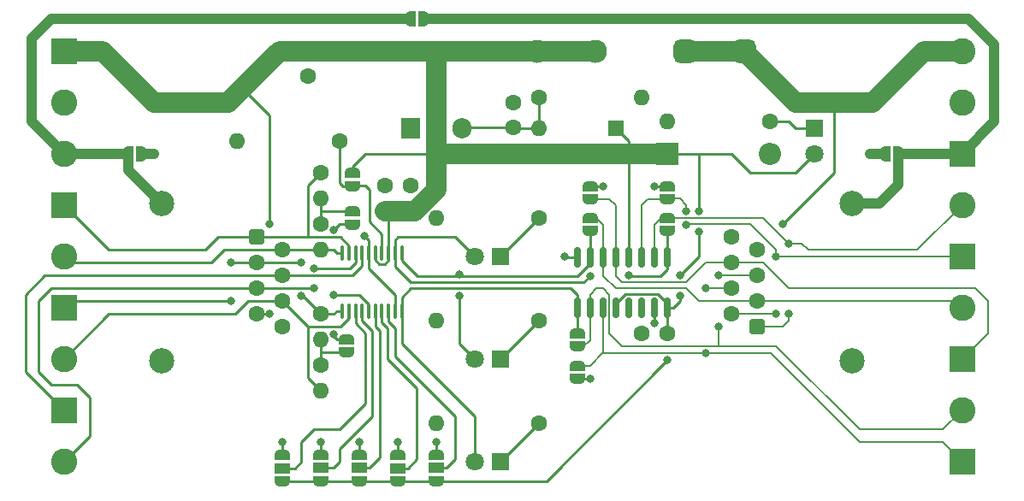
<source format=gtl>
%TF.GenerationSoftware,KiCad,Pcbnew,(6.0.11)*%
%TF.CreationDate,2023-08-22T21:03:22+03:00*%
%TF.ProjectId,sincos_interpolator,73696e63-6f73-45f6-996e-746572706f6c,rev?*%
%TF.SameCoordinates,Original*%
%TF.FileFunction,Copper,L1,Top*%
%TF.FilePolarity,Positive*%
%FSLAX46Y46*%
G04 Gerber Fmt 4.6, Leading zero omitted, Abs format (unit mm)*
G04 Created by KiCad (PCBNEW (6.0.11)) date 2023-08-22 21:03:22*
%MOMM*%
%LPD*%
G01*
G04 APERTURE LIST*
G04 Aperture macros list*
%AMRoundRect*
0 Rectangle with rounded corners*
0 $1 Rounding radius*
0 $2 $3 $4 $5 $6 $7 $8 $9 X,Y pos of 4 corners*
0 Add a 4 corners polygon primitive as box body*
4,1,4,$2,$3,$4,$5,$6,$7,$8,$9,$2,$3,0*
0 Add four circle primitives for the rounded corners*
1,1,$1+$1,$2,$3*
1,1,$1+$1,$4,$5*
1,1,$1+$1,$6,$7*
1,1,$1+$1,$8,$9*
0 Add four rect primitives between the rounded corners*
20,1,$1+$1,$2,$3,$4,$5,0*
20,1,$1+$1,$4,$5,$6,$7,0*
20,1,$1+$1,$6,$7,$8,$9,0*
20,1,$1+$1,$8,$9,$2,$3,0*%
%AMFreePoly0*
4,1,20,0.000000,0.744959,0.073905,0.744508,0.209726,0.703889,0.328688,0.626782,0.421226,0.519385,0.479903,0.390333,0.500000,0.250000,0.500000,-0.250000,0.499851,-0.262216,0.476331,-0.402017,0.414519,-0.529596,0.319384,-0.634700,0.198574,-0.708877,0.061801,-0.746166,0.000000,-0.745033,0.000000,-0.750000,-0.500000,-0.750000,-0.500000,0.750000,0.000000,0.750000,0.000000,0.744959,
0.000000,0.744959,$1*%
%AMFreePoly1*
4,1,22,0.500000,-0.750000,0.000000,-0.750000,0.000000,-0.745033,-0.079941,-0.743568,-0.215256,-0.701293,-0.333266,-0.622738,-0.424486,-0.514219,-0.481581,-0.384460,-0.499164,-0.250000,-0.500000,-0.250000,-0.500000,0.250000,-0.499164,0.250000,-0.499963,0.256109,-0.478152,0.396186,-0.417904,0.524511,-0.324060,0.630769,-0.204165,0.706417,-0.067858,0.745374,0.000000,0.744959,0.000000,0.750000,
0.500000,0.750000,0.500000,-0.750000,0.500000,-0.750000,$1*%
%AMFreePoly2*
4,1,22,0.550000,-0.750000,0.000000,-0.750000,0.000000,-0.745033,-0.079941,-0.743568,-0.215256,-0.701293,-0.333266,-0.622738,-0.424486,-0.514219,-0.481581,-0.384460,-0.499164,-0.250000,-0.500000,-0.250000,-0.500000,0.250000,-0.499164,0.250000,-0.499963,0.256109,-0.478152,0.396186,-0.417904,0.524511,-0.324060,0.630769,-0.204165,0.706417,-0.067858,0.745374,0.000000,0.744959,0.000000,0.750000,
0.550000,0.750000,0.550000,-0.750000,0.550000,-0.750000,$1*%
%AMFreePoly3*
4,1,20,0.000000,0.744959,0.073905,0.744508,0.209726,0.703889,0.328688,0.626782,0.421226,0.519385,0.479903,0.390333,0.500000,0.250000,0.500000,-0.250000,0.499851,-0.262216,0.476331,-0.402017,0.414519,-0.529596,0.319384,-0.634700,0.198574,-0.708877,0.061801,-0.746166,0.000000,-0.745033,0.000000,-0.750000,-0.550000,-0.750000,-0.550000,0.750000,0.000000,0.750000,0.000000,0.744959,
0.000000,0.744959,$1*%
G04 Aperture macros list end*
%TA.AperFunction,SMDPad,CuDef*%
%ADD10FreePoly0,0.000000*%
%TD*%
%TA.AperFunction,SMDPad,CuDef*%
%ADD11FreePoly1,0.000000*%
%TD*%
%TA.AperFunction,SMDPad,CuDef*%
%ADD12FreePoly1,180.000000*%
%TD*%
%TA.AperFunction,SMDPad,CuDef*%
%ADD13FreePoly0,180.000000*%
%TD*%
%TA.AperFunction,SMDPad,CuDef*%
%ADD14FreePoly1,270.000000*%
%TD*%
%TA.AperFunction,SMDPad,CuDef*%
%ADD15FreePoly0,270.000000*%
%TD*%
%TA.AperFunction,SMDPad,CuDef*%
%ADD16FreePoly2,270.000000*%
%TD*%
%TA.AperFunction,SMDPad,CuDef*%
%ADD17R,1.500000X1.000000*%
%TD*%
%TA.AperFunction,SMDPad,CuDef*%
%ADD18FreePoly3,270.000000*%
%TD*%
%TA.AperFunction,ComponentPad*%
%ADD19R,1.905000X2.000000*%
%TD*%
%TA.AperFunction,ComponentPad*%
%ADD20O,1.905000X2.000000*%
%TD*%
%TA.AperFunction,ComponentPad*%
%ADD21R,2.600000X2.600000*%
%TD*%
%TA.AperFunction,ComponentPad*%
%ADD22C,2.600000*%
%TD*%
%TA.AperFunction,ComponentPad*%
%ADD23C,1.600000*%
%TD*%
%TA.AperFunction,ComponentPad*%
%ADD24R,1.800000X1.800000*%
%TD*%
%TA.AperFunction,ComponentPad*%
%ADD25C,1.800000*%
%TD*%
%TA.AperFunction,ComponentPad*%
%ADD26O,1.600000X1.600000*%
%TD*%
%TA.AperFunction,SMDPad,CuDef*%
%ADD27FreePoly1,90.000000*%
%TD*%
%TA.AperFunction,SMDPad,CuDef*%
%ADD28FreePoly0,90.000000*%
%TD*%
%TA.AperFunction,SMDPad,CuDef*%
%ADD29RoundRect,0.100000X0.100000X-0.637500X0.100000X0.637500X-0.100000X0.637500X-0.100000X-0.637500X0*%
%TD*%
%TA.AperFunction,ComponentPad*%
%ADD30R,1.600000X1.600000*%
%TD*%
%TA.AperFunction,SMDPad,CuDef*%
%ADD31RoundRect,0.150000X-0.150000X0.825000X-0.150000X-0.825000X0.150000X-0.825000X0.150000X0.825000X0*%
%TD*%
%TA.AperFunction,ComponentPad*%
%ADD32RoundRect,0.400000X0.400000X0.400000X-0.400000X0.400000X-0.400000X-0.400000X0.400000X-0.400000X0*%
%TD*%
%TA.AperFunction,ComponentPad*%
%ADD33C,2.500000*%
%TD*%
%TA.AperFunction,ComponentPad*%
%ADD34RoundRect,0.400000X-0.400000X-0.400000X0.400000X-0.400000X0.400000X0.400000X-0.400000X0.400000X0*%
%TD*%
%TA.AperFunction,ComponentPad*%
%ADD35R,2.200000X2.200000*%
%TD*%
%TA.AperFunction,ComponentPad*%
%ADD36O,2.200000X2.200000*%
%TD*%
%TA.AperFunction,ComponentPad*%
%ADD37RoundRect,0.575000X0.575000X0.575000X-0.575000X0.575000X-0.575000X-0.575000X0.575000X-0.575000X0*%
%TD*%
%TA.AperFunction,ComponentPad*%
%ADD38C,2.300000*%
%TD*%
%TA.AperFunction,ViaPad*%
%ADD39C,0.800000*%
%TD*%
%TA.AperFunction,Conductor*%
%ADD40C,1.000000*%
%TD*%
%TA.AperFunction,Conductor*%
%ADD41C,0.250000*%
%TD*%
%TA.AperFunction,Conductor*%
%ADD42C,2.000000*%
%TD*%
%TA.AperFunction,Conductor*%
%ADD43C,0.200000*%
%TD*%
G04 APERTURE END LIST*
D10*
%TO.P,JP9,2,B*%
%TO.N,GND*%
X133380000Y-116840000D03*
D11*
%TO.P,JP9,1,A*%
%TO.N,/SHIELD_OUT*%
X132080000Y-116840000D03*
%TD*%
D12*
%TO.P,JP8,1,A*%
%TO.N,/SHIELD_IN*%
X161290000Y-103505000D03*
D13*
%TO.P,JP8,2,B*%
%TO.N,/SHIELD_OUT*%
X159990000Y-103505000D03*
%TD*%
D12*
%TO.P,JP7,1,A*%
%TO.N,/SHIELD_IN*%
X208280000Y-116840000D03*
D13*
%TO.P,JP7,2,B*%
%TO.N,GND*%
X206980000Y-116840000D03*
%TD*%
D14*
%TO.P,JP32,1,A*%
%TO.N,/Z*%
X176530000Y-134635000D03*
D15*
%TO.P,JP32,2,B*%
%TO.N,/Z+*%
X176530000Y-135935000D03*
%TD*%
D16*
%TO.P,JP5,1,A*%
%TO.N,GND*%
X154940000Y-146655000D03*
D17*
%TO.P,JP5,2,C*%
%TO.N,/ROT*%
X154940000Y-147955000D03*
D18*
%TO.P,JP5,3,B*%
%TO.N,+5V*%
X154940000Y-149255000D03*
%TD*%
D19*
%TO.P,Q1,1,K*%
%TO.N,GND*%
X160020000Y-114300000D03*
D20*
%TO.P,Q1,2,A*%
%TO.N,+5V*%
X162560000Y-114300000D03*
%TO.P,Q1,3,G*%
%TO.N,Net-(C2-Pad1)*%
X165100000Y-114300000D03*
%TD*%
D21*
%TO.P,J11,1,Pin_1*%
%TO.N,/PSIN*%
X125730000Y-121920000D03*
D22*
%TO.P,J11,2,Pin_2*%
%TO.N,/NSIN*%
X125730000Y-127000000D03*
%TD*%
D23*
%TO.P,C2,1*%
%TO.N,Net-(C2-Pad1)*%
X170180000Y-114260000D03*
%TO.P,C2,2*%
%TO.N,GND*%
X170180000Y-111760000D03*
%TD*%
D16*
%TO.P,JP1,1,A*%
%TO.N,GND*%
X151130000Y-146655000D03*
D17*
%TO.P,JP1,2,C*%
%TO.N,/SG0*%
X151130000Y-147955000D03*
D18*
%TO.P,JP1,3,B*%
%TO.N,+5V*%
X151130000Y-149255000D03*
%TD*%
D24*
%TO.P,D2,1,K*%
%TO.N,Net-(D2-Pad1)*%
X200025000Y-114295000D03*
D25*
%TO.P,D2,2,A*%
%TO.N,+5V*%
X200025000Y-116835000D03*
%TD*%
D23*
%TO.P,R13,1*%
%TO.N,Net-(D11-Pad1)*%
X172720000Y-123190000D03*
D26*
%TO.P,R13,2*%
%TO.N,GND*%
X162560000Y-123190000D03*
%TD*%
D24*
%TO.P,D21,1,K*%
%TO.N,Net-(D21-Pad1)*%
X168910000Y-137160000D03*
D25*
%TO.P,D21,2,A*%
%TO.N,/B*%
X166370000Y-137160000D03*
%TD*%
D21*
%TO.P,J21,1,Pin_1*%
%TO.N,/PCOS*%
X125730000Y-132080000D03*
D22*
%TO.P,J21,2,Pin_2*%
%TO.N,/NCOS*%
X125730000Y-137160000D03*
%TD*%
D23*
%TO.P,C5,1*%
%TO.N,GND*%
X182880000Y-134620000D03*
%TO.P,C5,2*%
%TO.N,+5V*%
X185380000Y-134620000D03*
%TD*%
D21*
%TO.P,J12,1,Pin_1*%
%TO.N,/A-*%
X214630000Y-127000000D03*
D22*
%TO.P,J12,2,Pin_2*%
%TO.N,/A+*%
X214630000Y-121920000D03*
%TD*%
D23*
%TO.P,R1,1*%
%TO.N,Net-(D2-Pad1)*%
X195580000Y-113665000D03*
D26*
%TO.P,R1,2*%
%TO.N,GND*%
X185420000Y-113665000D03*
%TD*%
D27*
%TO.P,JP23,1,A*%
%TO.N,/B-*%
X177800000Y-121330000D03*
D28*
%TO.P,JP23,2,B*%
%TO.N,GND*%
X177800000Y-120030000D03*
%TD*%
D21*
%TO.P,J2,1,Pin_1*%
%TO.N,+5V*%
X125730000Y-106680000D03*
D22*
%TO.P,J2,2,Pin_2*%
%TO.N,GND*%
X125730000Y-111760000D03*
%TO.P,J2,3,Pin_3*%
%TO.N,/SHIELD_OUT*%
X125730000Y-116840000D03*
%TD*%
D16*
%TO.P,JP4,1,A*%
%TO.N,GND*%
X158750000Y-146685000D03*
D17*
%TO.P,JP4,2,C*%
%TO.N,/SF1*%
X158750000Y-147985000D03*
D18*
%TO.P,JP4,3,B*%
%TO.N,+5V*%
X158750000Y-149285000D03*
%TD*%
D23*
%TO.P,C3,1*%
%TO.N,+5V*%
X160020000Y-122515000D03*
%TO.P,C3,2*%
%TO.N,GND*%
X160020000Y-120015000D03*
%TD*%
D29*
%TO.P,U1,1,PCOS*%
%TO.N,/PCOS*%
X153285000Y-132402500D03*
%TO.P,U1,2,NCOS*%
%TO.N,/NCOS*%
X153935000Y-132402500D03*
%TO.P,U1,3,SG1*%
%TO.N,/SG1*%
X154585000Y-132402500D03*
%TO.P,U1,4,SG0*%
%TO.N,/SG0*%
X155235000Y-132402500D03*
%TO.P,U1,5,VREF*%
%TO.N,/VREF*%
X155885000Y-132402500D03*
%TO.P,U1,6,ROT*%
%TO.N,/ROT*%
X156535000Y-132402500D03*
%TO.P,U1,7,SF1*%
%TO.N,/SF1*%
X157185000Y-132402500D03*
%TO.P,U1,8,SF0*%
%TO.N,/SF0*%
X157835000Y-132402500D03*
%TO.P,U1,9,GND*%
%TO.N,GND*%
X158485000Y-132402500D03*
%TO.P,U1,10,Z*%
%TO.N,/Z*%
X159135000Y-132402500D03*
%TO.P,U1,11,B*%
%TO.N,/B*%
X159135000Y-126677500D03*
%TO.P,U1,12,A*%
%TO.N,/A*%
X158485000Y-126677500D03*
%TO.P,U1,13,VDD*%
%TO.N,+5V*%
X157835000Y-126677500D03*
%TO.P,U1,14,RCLK*%
%TO.N,/RCLK*%
X157185000Y-126677500D03*
%TO.P,U1,15,VCC*%
%TO.N,+5V*%
X156535000Y-126677500D03*
%TO.P,U1,16,GNDA*%
%TO.N,GND*%
X155885000Y-126677500D03*
%TO.P,U1,17,PZERO*%
%TO.N,/PZERO*%
X155235000Y-126677500D03*
%TO.P,U1,18,NZERO*%
%TO.N,/NZERO*%
X154585000Y-126677500D03*
%TO.P,U1,19,PSIN*%
%TO.N,/PSIN*%
X153935000Y-126677500D03*
%TO.P,U1,20,NSIN*%
%TO.N,/NSIN*%
X153285000Y-126677500D03*
%TD*%
D21*
%TO.P,J22,1,Pin_1*%
%TO.N,/B-*%
X214630000Y-137160000D03*
D22*
%TO.P,J22,2,Pin_2*%
%TO.N,/B+*%
X214630000Y-132080000D03*
%TD*%
D21*
%TO.P,J31,1,Pin_1*%
%TO.N,/PZERO*%
X125730000Y-142240000D03*
D22*
%TO.P,J31,2,Pin_2*%
%TO.N,/NZERO*%
X125730000Y-147320000D03*
%TD*%
D23*
%TO.P,C4,1*%
%TO.N,+5V*%
X157480000Y-122515000D03*
%TO.P,C4,2*%
%TO.N,GND*%
X157480000Y-120015000D03*
%TD*%
D14*
%TO.P,JP33,1,A*%
%TO.N,/Z-*%
X176530000Y-137825000D03*
D15*
%TO.P,JP33,2,B*%
%TO.N,GND*%
X176530000Y-139125000D03*
%TD*%
D21*
%TO.P,J1,1,Pin_1*%
%TO.N,/SHIELD_IN*%
X214630000Y-116840000D03*
D22*
%TO.P,J1,2,Pin_2*%
%TO.N,GND*%
X214630000Y-111760000D03*
%TO.P,J1,3,Pin_3*%
%TO.N,+5VP*%
X214630000Y-106680000D03*
%TD*%
D30*
%TO.P,C1,1*%
%TO.N,+5V*%
X149860000Y-106680000D03*
D23*
%TO.P,C1,2*%
%TO.N,GND*%
X149860000Y-109180000D03*
%TD*%
D16*
%TO.P,JP2,1,A*%
%TO.N,GND*%
X147320000Y-146685000D03*
D17*
%TO.P,JP2,2,C*%
%TO.N,/SG1*%
X147320000Y-147985000D03*
D18*
%TO.P,JP2,3,B*%
%TO.N,+5V*%
X147320000Y-149285000D03*
%TD*%
D31*
%TO.P,U2,1,INPUT*%
%TO.N,/A*%
X185420000Y-127095000D03*
%TO.P,U2,2,OUT+*%
%TO.N,/A+*%
X184150000Y-127095000D03*
%TO.P,U2,3,OUT-*%
%TO.N,/A-*%
X182880000Y-127095000D03*
%TO.P,U2,4,ENABLE*%
%TO.N,+5V*%
X181610000Y-127095000D03*
%TO.P,U2,5,OUT-*%
%TO.N,/B-*%
X180340000Y-127095000D03*
%TO.P,U2,6,OUT+*%
%TO.N,/B+*%
X179070000Y-127095000D03*
%TO.P,U2,7,INPUT*%
%TO.N,/B*%
X177800000Y-127095000D03*
%TO.P,U2,8,GND*%
%TO.N,GND*%
X176530000Y-127095000D03*
%TO.P,U2,9,INPUT*%
%TO.N,/Z*%
X176530000Y-132045000D03*
%TO.P,U2,10,OUT+*%
%TO.N,/Z+*%
X177800000Y-132045000D03*
%TO.P,U2,11,OUT-*%
%TO.N,/Z-*%
X179070000Y-132045000D03*
%TO.P,U2,12,ENABLE*%
%TO.N,+5V*%
X180340000Y-132045000D03*
%TO.P,U2,13,OUT-*%
%TO.N,unconnected-(U2-Pad13)*%
X181610000Y-132045000D03*
%TO.P,U2,14,OUT+*%
%TO.N,unconnected-(U2-Pad14)*%
X182880000Y-132045000D03*
%TO.P,U2,15,INPUT*%
%TO.N,GND*%
X184150000Y-132045000D03*
%TO.P,U2,16,VCC*%
%TO.N,+5V*%
X185420000Y-132045000D03*
%TD*%
D23*
%TO.P,R22,1*%
%TO.N,Net-(JP21-Pad2)*%
X151130000Y-137795000D03*
D26*
%TO.P,R22,2*%
%TO.N,/NCOS*%
X151130000Y-140335000D03*
%TD*%
D23*
%TO.P,R3,1*%
%TO.N,/RCLK*%
X153035000Y-115570000D03*
D26*
%TO.P,R3,2*%
%TO.N,GND*%
X142875000Y-115570000D03*
%TD*%
D32*
%TO.P,J3,1*%
%TO.N,/PSIN*%
X144780000Y-125095000D03*
D23*
%TO.P,J3,2*%
%TO.N,/NSIN*%
X147320000Y-126365000D03*
%TO.P,J3,3*%
%TO.N,/PCOS*%
X144780000Y-127635000D03*
%TO.P,J3,4*%
%TO.N,/PZERO*%
X147320000Y-128905000D03*
%TO.P,J3,5*%
%TO.N,/NZERO*%
X144780000Y-130175000D03*
%TO.P,J3,6*%
%TO.N,/NCOS*%
X147320000Y-131445000D03*
%TO.P,J3,7*%
%TO.N,+5V*%
X144780000Y-132715000D03*
%TO.P,J3,8*%
%TO.N,GND*%
X147320000Y-133985000D03*
D33*
%TO.P,J3,SH*%
%TO.N,/SHIELD_OUT*%
X135380000Y-137340000D03*
X135380000Y-121740000D03*
%TD*%
D14*
%TO.P,JP6,1,A*%
%TO.N,+5V*%
X154305000Y-118745000D03*
D15*
%TO.P,JP6,2,B*%
%TO.N,/RCLK*%
X154305000Y-120045000D03*
%TD*%
D23*
%TO.P,R2,1*%
%TO.N,Net-(C2-Pad1)*%
X172720000Y-111252000D03*
D26*
%TO.P,R2,2*%
%TO.N,GND*%
X182880000Y-111252000D03*
%TD*%
D23*
%TO.P,R11,1*%
%TO.N,/PSIN*%
X151130000Y-118745000D03*
D26*
%TO.P,R11,2*%
%TO.N,Net-(JP11-Pad2)*%
X151130000Y-121285000D03*
%TD*%
D33*
%TO.P,J4,SH*%
%TO.N,/SHIELD_IN*%
X203710000Y-121740000D03*
%TO.N,N/C*%
X203710000Y-137340000D03*
D23*
%TO.P,J4,8*%
%TO.N,GND*%
X191770000Y-125095000D03*
%TO.P,J4,7*%
%TO.N,+5VP*%
X194310000Y-126365000D03*
%TO.P,J4,6*%
%TO.N,/B-*%
X191770000Y-127635000D03*
%TO.P,J4,5*%
%TO.N,/Z+*%
X194310000Y-128905000D03*
%TO.P,J4,4*%
%TO.N,/Z-*%
X191770000Y-130175000D03*
%TO.P,J4,3*%
%TO.N,/B+*%
X194310000Y-131445000D03*
%TO.P,J4,2*%
%TO.N,/A-*%
X191770000Y-132715000D03*
D34*
%TO.P,J4,1*%
%TO.N,/A+*%
X194310000Y-133985000D03*
%TD*%
D23*
%TO.P,R12,1*%
%TO.N,Net-(JP11-Pad2)*%
X151130000Y-123825000D03*
D26*
%TO.P,R12,2*%
%TO.N,/NSIN*%
X151130000Y-126365000D03*
%TD*%
D14*
%TO.P,JP21,1,A*%
%TO.N,/VREF*%
X153670000Y-135225000D03*
D15*
%TO.P,JP21,2,B*%
%TO.N,Net-(JP21-Pad2)*%
X153670000Y-136525000D03*
%TD*%
D24*
%TO.P,D11,1,K*%
%TO.N,Net-(D11-Pad1)*%
X168910000Y-127000000D03*
D25*
%TO.P,D11,2,A*%
%TO.N,/A*%
X166370000Y-127000000D03*
%TD*%
D24*
%TO.P,D31,1,K*%
%TO.N,Net-(D31-Pad1)*%
X168910000Y-147320000D03*
D25*
%TO.P,D31,2,A*%
%TO.N,/Z*%
X166370000Y-147320000D03*
%TD*%
D23*
%TO.P,R21,1*%
%TO.N,/PCOS*%
X151130000Y-132715000D03*
D26*
%TO.P,R21,2*%
%TO.N,Net-(JP21-Pad2)*%
X151130000Y-135255000D03*
%TD*%
D27*
%TO.P,JP22,1,A*%
%TO.N,/B*%
X177800000Y-124490000D03*
D28*
%TO.P,JP22,2,B*%
%TO.N,/B+*%
X177800000Y-123190000D03*
%TD*%
D21*
%TO.P,J32,1,Pin_1*%
%TO.N,/Z-*%
X214630000Y-147320000D03*
D22*
%TO.P,J32,2,Pin_2*%
%TO.N,/Z+*%
X214630000Y-142240000D03*
%TD*%
D35*
%TO.P,D1,1,K*%
%TO.N,+5V*%
X185420000Y-116840000D03*
D36*
%TO.P,D1,2,A*%
%TO.N,GND*%
X195580000Y-116840000D03*
%TD*%
D23*
%TO.P,R23,1*%
%TO.N,Net-(D21-Pad1)*%
X172720000Y-133350000D03*
D26*
%TO.P,R23,2*%
%TO.N,GND*%
X162560000Y-133350000D03*
%TD*%
D23*
%TO.P,R33,1*%
%TO.N,Net-(D31-Pad1)*%
X172720000Y-143510000D03*
D26*
%TO.P,R33,2*%
%TO.N,GND*%
X162560000Y-143510000D03*
%TD*%
D27*
%TO.P,JP12,1,A*%
%TO.N,/A*%
X185420000Y-124490000D03*
D28*
%TO.P,JP12,2,B*%
%TO.N,/A+*%
X185420000Y-123190000D03*
%TD*%
D27*
%TO.P,JP11,1,A*%
%TO.N,/VREF*%
X154305000Y-123855000D03*
D28*
%TO.P,JP11,2,B*%
%TO.N,Net-(JP11-Pad2)*%
X154305000Y-122555000D03*
%TD*%
D30*
%TO.P,D3,1,K*%
%TO.N,+5V*%
X180340000Y-114300000D03*
D26*
%TO.P,D3,2,A*%
%TO.N,Net-(C2-Pad1)*%
X172720000Y-114300000D03*
%TD*%
D27*
%TO.P,JP13,1,A*%
%TO.N,/A-*%
X185450000Y-121345000D03*
D28*
%TO.P,JP13,2,B*%
%TO.N,GND*%
X185450000Y-120045000D03*
%TD*%
D37*
%TO.P,F1,1*%
%TO.N,+5VP*%
X193040000Y-106680000D03*
X187240000Y-106680000D03*
D38*
%TO.P,F1,2*%
%TO.N,+5V*%
X178340000Y-106680000D03*
X172540000Y-106680000D03*
%TD*%
D16*
%TO.P,JP3,1,A*%
%TO.N,GND*%
X162560000Y-146655000D03*
D17*
%TO.P,JP3,2,C*%
%TO.N,/SF0*%
X162560000Y-147955000D03*
D18*
%TO.P,JP3,3,B*%
%TO.N,+5V*%
X162560000Y-149255000D03*
%TD*%
D39*
%TO.N,GND*%
X205486000Y-116840000D03*
X134620000Y-116840000D03*
X175260000Y-127000000D03*
%TO.N,+5V*%
X185420000Y-137289000D03*
X186690000Y-130874500D03*
X186690000Y-128870500D03*
X188595000Y-122490500D03*
X188595000Y-124524500D03*
%TO.N,GND*%
X184150000Y-133604000D03*
%TO.N,+5V*%
X146050000Y-132715000D03*
X146050000Y-123825000D03*
%TO.N,GND*%
X162560000Y-145415000D03*
X151130000Y-145415000D03*
X179070000Y-120045000D03*
X155448000Y-124968000D03*
X147320000Y-145415000D03*
X158750000Y-145415000D03*
X177800000Y-139095000D03*
X154940000Y-145415000D03*
X184150000Y-120045000D03*
%TO.N,/VREF*%
X152418810Y-124370500D03*
X152418810Y-134709500D03*
X152400000Y-130810000D03*
%TO.N,/A+*%
X197485000Y-125730000D03*
X197485000Y-132715000D03*
%TO.N,/Z+*%
X190500000Y-128905000D03*
X190500000Y-133985000D03*
%TO.N,/A-*%
X187325000Y-123889500D03*
X187325000Y-122490500D03*
X196215000Y-132715000D03*
X196215000Y-127000000D03*
%TO.N,/Z-*%
X189230000Y-136589500D03*
X189230000Y-130175000D03*
%TO.N,/A*%
X181610000Y-128870500D03*
X177800000Y-128935000D03*
%TO.N,/B*%
X164846000Y-130899500D03*
X164846000Y-128778000D03*
%TO.N,/PCOS*%
X149225000Y-130899500D03*
X142240000Y-127635000D03*
X149225000Y-127635000D03*
X142240000Y-131445000D03*
%TO.N,/NZERO*%
X150495000Y-128180500D03*
X150495000Y-130175000D03*
%TO.N,+5VP*%
X196850000Y-123825000D03*
%TD*%
D40*
%TO.N,/SHIELD_IN*%
X206428000Y-121740000D02*
X203710000Y-121740000D01*
X208280000Y-119888000D02*
X206428000Y-121740000D01*
X208280000Y-116840000D02*
X208280000Y-119888000D01*
%TO.N,GND*%
X206980000Y-116840000D02*
X205486000Y-116840000D01*
%TO.N,/SHIELD_OUT*%
X132080000Y-118440000D02*
X135380000Y-121740000D01*
X132080000Y-116840000D02*
X132080000Y-118440000D01*
%TO.N,/SHIELD_IN*%
X208280000Y-116840000D02*
X214630000Y-116840000D01*
X217805000Y-113665000D02*
X217805000Y-106045000D01*
X214630000Y-116840000D02*
X217805000Y-113665000D01*
X215265000Y-103505000D02*
X217805000Y-106045000D01*
X161290000Y-103505000D02*
X215265000Y-103505000D01*
%TO.N,/SHIELD_OUT*%
X122555000Y-105410000D02*
X124460000Y-103505000D01*
X124460000Y-103505000D02*
X159990000Y-103505000D01*
X122555000Y-113665000D02*
X122555000Y-105410000D01*
X125730000Y-116840000D02*
X122555000Y-113665000D01*
%TO.N,GND*%
X133380000Y-116840000D02*
X134620000Y-116840000D01*
%TO.N,/SHIELD_OUT*%
X125730000Y-116840000D02*
X132080000Y-116840000D01*
D41*
%TO.N,GND*%
X175355000Y-127095000D02*
X175260000Y-127000000D01*
X176530000Y-127095000D02*
X175355000Y-127095000D01*
%TO.N,+5V*%
X181263249Y-130745000D02*
X180340000Y-131668249D01*
X180340000Y-131668249D02*
X180340000Y-132045000D01*
X184496751Y-130745000D02*
X181263249Y-130745000D01*
X185420000Y-132045000D02*
X185420000Y-131668249D01*
X185420000Y-131668249D02*
X184496751Y-130745000D01*
X173454000Y-149255000D02*
X170785000Y-149255000D01*
X185420000Y-137289000D02*
X173454000Y-149255000D01*
X185380000Y-132085000D02*
X185380000Y-134620000D01*
X185420000Y-132045000D02*
X185380000Y-132085000D01*
X185455000Y-132080000D02*
X185420000Y-132045000D01*
X186055000Y-132080000D02*
X185455000Y-132080000D01*
X186690000Y-130874500D02*
X186690000Y-131445000D01*
X186690000Y-131445000D02*
X186055000Y-132080000D01*
X188595000Y-126965500D02*
X186690000Y-128870500D01*
X188595000Y-124524500D02*
X188595000Y-126965500D01*
X188595000Y-116840000D02*
X188595000Y-122490500D01*
X188595000Y-116840000D02*
X185420000Y-116840000D01*
X191770000Y-116840000D02*
X188595000Y-116840000D01*
%TO.N,GND*%
X184150000Y-132045000D02*
X184150000Y-133604000D01*
D42*
%TO.N,+5V*%
X129540000Y-106680000D02*
X125730000Y-106680000D01*
X143380000Y-110360000D02*
X147060000Y-106680000D01*
D41*
X157835000Y-126677500D02*
X157835000Y-122870000D01*
X157835000Y-122870000D02*
X157480000Y-122515000D01*
D42*
X181610000Y-116840000D02*
X185420000Y-116840000D01*
D41*
X200025000Y-116835000D02*
X198115000Y-118745000D01*
D42*
X181610000Y-116840000D02*
X162560000Y-116840000D01*
X162560000Y-114300000D02*
X162560000Y-116840000D01*
X160020000Y-122515000D02*
X157480000Y-122515000D01*
D41*
X146050000Y-123825000D02*
X146050000Y-113030000D01*
D42*
X162560000Y-106680000D02*
X172540000Y-106680000D01*
X134620000Y-111760000D02*
X129540000Y-106680000D01*
D41*
X156908959Y-127740000D02*
X156535000Y-127366041D01*
X154305000Y-118745000D02*
X154305000Y-118110000D01*
X155575000Y-116840000D02*
X162560000Y-116840000D01*
X154910000Y-149285000D02*
X154940000Y-149255000D01*
X181610000Y-127095000D02*
X181610000Y-117759000D01*
D42*
X162560000Y-120361572D02*
X160406572Y-122515000D01*
D41*
X146050000Y-113030000D02*
X143380000Y-110360000D01*
D42*
X134620000Y-111760000D02*
X141980000Y-111760000D01*
D41*
X147320000Y-149285000D02*
X151130000Y-149285000D01*
X180340000Y-114300000D02*
X181610000Y-115570000D01*
D42*
X162560000Y-116840000D02*
X162560000Y-120361572D01*
X141980000Y-111760000D02*
X143380000Y-110360000D01*
D41*
X154305000Y-118110000D02*
X155575000Y-116840000D01*
X170785000Y-149255000D02*
X162560000Y-149255000D01*
X157835000Y-126677500D02*
X157835000Y-127366041D01*
D42*
X178340000Y-106680000D02*
X172540000Y-106680000D01*
D41*
X157461041Y-127740000D02*
X156908959Y-127740000D01*
X158720000Y-149255000D02*
X158750000Y-149285000D01*
D42*
X160406572Y-122515000D02*
X160020000Y-122515000D01*
D41*
X151130000Y-149285000D02*
X154910000Y-149285000D01*
X158750000Y-149285000D02*
X162560000Y-149285000D01*
X157835000Y-127366041D02*
X157461041Y-127740000D01*
X156535000Y-127366041D02*
X156535000Y-126677500D01*
X181610000Y-115570000D02*
X181610000Y-116840000D01*
D42*
X149860000Y-106680000D02*
X162560000Y-106680000D01*
X162560000Y-114300000D02*
X162560000Y-106680000D01*
D41*
X193675000Y-118745000D02*
X191770000Y-116840000D01*
X198115000Y-118745000D02*
X193675000Y-118745000D01*
X154940000Y-149255000D02*
X158720000Y-149255000D01*
D42*
X147060000Y-106680000D02*
X149860000Y-106680000D01*
D41*
X144780000Y-132715000D02*
X146050000Y-132715000D01*
%TO.N,GND*%
X155885000Y-126677500D02*
X155885000Y-125405000D01*
X155885000Y-128199000D02*
X158496000Y-130810000D01*
X185450000Y-120045000D02*
X184150000Y-120045000D01*
X177770000Y-139125000D02*
X177800000Y-139095000D01*
X154940000Y-146655000D02*
X154940000Y-145415000D01*
X158750000Y-146685000D02*
X158750000Y-145415000D01*
X155885000Y-126677500D02*
X155885000Y-128199000D01*
X179055000Y-120030000D02*
X179070000Y-120045000D01*
X176530000Y-139125000D02*
X177770000Y-139125000D01*
X177800000Y-120030000D02*
X179055000Y-120030000D01*
X158496000Y-130810000D02*
X158496000Y-132391500D01*
X151130000Y-146685000D02*
X151130000Y-145415000D01*
X155885000Y-125405000D02*
X155448000Y-124968000D01*
X162560000Y-146655000D02*
X162560000Y-145415000D01*
X147320000Y-146685000D02*
X147320000Y-145415000D01*
X158496000Y-132391500D02*
X158485000Y-132402500D01*
%TO.N,/SG0*%
X155235000Y-132402500D02*
X155235000Y-133391000D01*
X155235000Y-133391000D02*
X156210000Y-134366000D01*
X152400000Y-147955000D02*
X151130000Y-147955000D01*
X156210000Y-134366000D02*
X156210000Y-142875000D01*
X153035000Y-146050000D02*
X153035000Y-147320000D01*
X156210000Y-142875000D02*
X153035000Y-146050000D01*
X153035000Y-147320000D02*
X152400000Y-147955000D01*
%TO.N,/VREF*%
X154981041Y-130810000D02*
X152400000Y-130810000D01*
X154275000Y-123825000D02*
X154305000Y-123855000D01*
X155885000Y-131713959D02*
X154981041Y-130810000D01*
X152418810Y-124370500D02*
X152964310Y-123825000D01*
X153670000Y-135225000D02*
X152751000Y-135225000D01*
X152418810Y-134892810D02*
X152418810Y-134709500D01*
X152964310Y-123825000D02*
X154275000Y-123825000D01*
X152751000Y-135225000D02*
X152418810Y-134892810D01*
X155885000Y-132402500D02*
X155885000Y-131713959D01*
%TO.N,/SG1*%
X155575000Y-134620000D02*
X155575000Y-141605000D01*
X154585000Y-133630000D02*
X155575000Y-134620000D01*
X154585000Y-132402500D02*
X154585000Y-133630000D01*
X155575000Y-141605000D02*
X153035000Y-144145000D01*
X153035000Y-144145000D02*
X150495000Y-144145000D01*
X149225000Y-147320000D02*
X148560000Y-147985000D01*
X148560000Y-147985000D02*
X147320000Y-147985000D01*
X149225000Y-145415000D02*
X149225000Y-147320000D01*
X150495000Y-144145000D02*
X149225000Y-145415000D01*
%TO.N,/SF0*%
X164465000Y-147050000D02*
X163560000Y-147955000D01*
X163560000Y-147955000D02*
X162560000Y-147955000D01*
X158496000Y-136906000D02*
X164465000Y-142875000D01*
X157835000Y-133451000D02*
X158496000Y-134112000D01*
X158496000Y-134112000D02*
X158496000Y-136906000D01*
X164465000Y-142875000D02*
X164465000Y-147050000D01*
X157835000Y-132402500D02*
X157835000Y-133451000D01*
%TO.N,/SF1*%
X157185000Y-132402500D02*
X157185000Y-133563000D01*
X157185000Y-133563000D02*
X157734000Y-134112000D01*
X157734000Y-134112000D02*
X157734000Y-137160000D01*
X160655000Y-147080000D02*
X159750000Y-147985000D01*
X160655000Y-140081000D02*
X160655000Y-147080000D01*
X159750000Y-147985000D02*
X158750000Y-147985000D01*
X157734000Y-137160000D02*
X160655000Y-140081000D01*
%TO.N,/ROT*%
X156535000Y-133929000D02*
X156972000Y-134366000D01*
X156972000Y-146923000D02*
X155940000Y-147955000D01*
X156535000Y-132402500D02*
X156535000Y-133929000D01*
X155940000Y-147955000D02*
X154940000Y-147955000D01*
X156972000Y-134366000D02*
X156972000Y-146923000D01*
D43*
%TO.N,/A+*%
X194945000Y-123190000D02*
X185420000Y-123190000D01*
X210185000Y-126365000D02*
X214630000Y-121920000D01*
X184150000Y-127095000D02*
X184150000Y-123855000D01*
X184815000Y-123190000D02*
X185420000Y-123190000D01*
X198755000Y-125730000D02*
X199390000Y-126365000D01*
X196850000Y-133985000D02*
X197485000Y-133350000D01*
X194310000Y-133985000D02*
X196850000Y-133985000D01*
X197485000Y-125730000D02*
X198755000Y-125730000D01*
X197485000Y-125730000D02*
X194945000Y-123190000D01*
X184150000Y-123855000D02*
X184815000Y-123190000D01*
X199390000Y-126365000D02*
X210185000Y-126365000D01*
X197485000Y-133350000D02*
X197485000Y-132715000D01*
%TO.N,/B+*%
X179070000Y-123855000D02*
X179070000Y-127095000D01*
X194310000Y-131445000D02*
X213995000Y-131445000D01*
X177800000Y-123190000D02*
X178405000Y-123190000D01*
X179070000Y-127095000D02*
X179070000Y-128935000D01*
X213995000Y-131445000D02*
X214630000Y-132080000D01*
X179070000Y-128935000D02*
X180310000Y-130175000D01*
X180310000Y-130175000D02*
X187325000Y-130175000D01*
X187325000Y-130175000D02*
X188595000Y-131445000D01*
X194310000Y-131445000D02*
X188595000Y-131445000D01*
X178405000Y-123190000D02*
X179070000Y-123855000D01*
%TO.N,/Z+*%
X180975000Y-135890000D02*
X179705000Y-134620000D01*
X196215000Y-135890000D02*
X204470000Y-144145000D01*
X178435000Y-130175000D02*
X177800000Y-130810000D01*
X179070000Y-130175000D02*
X178435000Y-130175000D01*
X177800000Y-135285000D02*
X177800000Y-132045000D01*
X212725000Y-144145000D02*
X214630000Y-142240000D01*
X190500000Y-135890000D02*
X180975000Y-135890000D01*
X194310000Y-128905000D02*
X190500000Y-128905000D01*
X179705000Y-130810000D02*
X179070000Y-130175000D01*
X179705000Y-134620000D02*
X179705000Y-130810000D01*
X177800000Y-130810000D02*
X177800000Y-132045000D01*
X176530000Y-135935000D02*
X177150000Y-135935000D01*
X177150000Y-135935000D02*
X177800000Y-135285000D01*
X190500000Y-135890000D02*
X196215000Y-135890000D01*
X204470000Y-144145000D02*
X212725000Y-144145000D01*
X190500000Y-133985000D02*
X190500000Y-135890000D01*
%TO.N,/A-*%
X196215000Y-126365000D02*
X193675000Y-123825000D01*
X191770000Y-132715000D02*
X196215000Y-132715000D01*
X187389500Y-123825000D02*
X187325000Y-123889500D01*
X196215000Y-127000000D02*
X214630000Y-127000000D01*
X182880000Y-121950000D02*
X183485000Y-121345000D01*
X187325000Y-121920000D02*
X186690000Y-121285000D01*
X182880000Y-127095000D02*
X182880000Y-121950000D01*
X183485000Y-121345000D02*
X185450000Y-121345000D01*
X186690000Y-121285000D02*
X185510000Y-121285000D01*
X193675000Y-123825000D02*
X187389500Y-123825000D01*
X187325000Y-122490500D02*
X187325000Y-121920000D01*
X185510000Y-121285000D02*
X185450000Y-121345000D01*
X196215000Y-127000000D02*
X196215000Y-126365000D01*
%TO.N,/B-*%
X215900000Y-130175000D02*
X217170000Y-131445000D01*
X187295000Y-129570000D02*
X189230000Y-127635000D01*
X197485000Y-130175000D02*
X215900000Y-130175000D01*
X180975000Y-129570000D02*
X187295000Y-129570000D01*
X180340000Y-127095000D02*
X180340000Y-121950000D01*
X179705000Y-121315000D02*
X177815000Y-121315000D01*
X194945000Y-127635000D02*
X197485000Y-130175000D01*
X180340000Y-127095000D02*
X180340000Y-128935000D01*
X180340000Y-128935000D02*
X180975000Y-129570000D01*
X217170000Y-131445000D02*
X217170000Y-134620000D01*
X177815000Y-121315000D02*
X177800000Y-121330000D01*
X189230000Y-127635000D02*
X191770000Y-127635000D01*
X191770000Y-127635000D02*
X194945000Y-127635000D01*
X180340000Y-121950000D02*
X179705000Y-121315000D01*
X217170000Y-134620000D02*
X214630000Y-137160000D01*
%TO.N,/Z-*%
X176530000Y-137825000D02*
X177770000Y-137825000D01*
X195644500Y-136589500D02*
X204470000Y-145415000D01*
X189230000Y-136589500D02*
X195644500Y-136589500D01*
X177770000Y-137825000D02*
X179070000Y-136525000D01*
X179070000Y-136525000D02*
X179134500Y-136589500D01*
X179070000Y-132045000D02*
X179070000Y-136525000D01*
X191770000Y-130175000D02*
X189230000Y-130175000D01*
X212725000Y-145415000D02*
X214630000Y-147320000D01*
X179134500Y-136589500D02*
X189230000Y-136589500D01*
X204470000Y-145415000D02*
X212725000Y-145415000D01*
D41*
%TO.N,Net-(D2-Pad1)*%
X195580000Y-113665000D02*
X197485000Y-113665000D01*
X197485000Y-113665000D02*
X198120000Y-114300000D01*
X198120000Y-114300000D02*
X198125000Y-114295000D01*
X198125000Y-114295000D02*
X200025000Y-114295000D01*
%TO.N,Net-(D11-Pad1)*%
X168910000Y-127000000D02*
X172720000Y-123190000D01*
%TO.N,Net-(D21-Pad1)*%
X168910000Y-137160000D02*
X172720000Y-133350000D01*
%TO.N,/A*%
X184785000Y-128935000D02*
X181610000Y-128935000D01*
X177800000Y-128935000D02*
X177165000Y-129570000D01*
X158485000Y-126677500D02*
X158485000Y-125360000D01*
X160050000Y-129570000D02*
X158485000Y-128005000D01*
X164465000Y-125095000D02*
X166370000Y-127000000D01*
X158485000Y-125360000D02*
X158750000Y-125095000D01*
X181610000Y-128935000D02*
X181610000Y-128870500D01*
X185420000Y-127095000D02*
X185420000Y-124490000D01*
X185420000Y-128300000D02*
X184785000Y-128935000D01*
X177165000Y-129570000D02*
X160050000Y-129570000D01*
X185420000Y-127095000D02*
X185420000Y-128300000D01*
X158750000Y-125095000D02*
X164465000Y-125095000D01*
X158485000Y-128005000D02*
X158485000Y-126677500D01*
%TO.N,/B*%
X177800000Y-127095000D02*
X177800000Y-124490000D01*
X176530000Y-128935000D02*
X177800000Y-127665000D01*
X176499500Y-128935500D02*
X160685500Y-128935500D01*
X160685500Y-128935500D02*
X159135000Y-127385000D01*
X176530000Y-128905000D02*
X176499500Y-128935500D01*
X164846000Y-130899500D02*
X164846000Y-135636000D01*
X159135000Y-127385000D02*
X159135000Y-126677500D01*
X177800000Y-127665000D02*
X177800000Y-127095000D01*
X164846000Y-135636000D02*
X166370000Y-137160000D01*
%TO.N,/Z*%
X159135000Y-132402500D02*
X159135000Y-131060000D01*
X159135000Y-135640000D02*
X166370000Y-142875000D01*
X159135000Y-132402500D02*
X159135000Y-135640000D01*
X175895000Y-130175000D02*
X176530000Y-130810000D01*
X166370000Y-142875000D02*
X166370000Y-147320000D01*
X176530000Y-130810000D02*
X176530000Y-132045000D01*
X160020000Y-130175000D02*
X175895000Y-130175000D01*
X176530000Y-132045000D02*
X176530000Y-134635000D01*
X159135000Y-131060000D02*
X160020000Y-130175000D01*
%TO.N,/PSIN*%
X153935000Y-126677500D02*
X153935000Y-125988959D01*
X149860000Y-120015000D02*
X149860000Y-125095000D01*
X125730000Y-121920000D02*
X130175000Y-126365000D01*
X144780000Y-125095000D02*
X140970000Y-125095000D01*
X140970000Y-125095000D02*
X139700000Y-126365000D01*
X151130000Y-118745000D02*
X149860000Y-120015000D01*
X149860000Y-125095000D02*
X144780000Y-125095000D01*
X153041041Y-125095000D02*
X149860000Y-125095000D01*
X153935000Y-125988959D02*
X153041041Y-125095000D01*
X139700000Y-126365000D02*
X130175000Y-126365000D01*
%TO.N,/NSIN*%
X147320000Y-126365000D02*
X151130000Y-126365000D01*
X141605000Y-126365000D02*
X140335000Y-127635000D01*
X153285000Y-126677500D02*
X152712500Y-126677500D01*
X147320000Y-126365000D02*
X141605000Y-126365000D01*
X140335000Y-127635000D02*
X126365000Y-127635000D01*
X152712500Y-126677500D02*
X152400000Y-126365000D01*
X126365000Y-127635000D02*
X125730000Y-127000000D01*
X152400000Y-126365000D02*
X151130000Y-126365000D01*
%TO.N,/PCOS*%
X149314500Y-130899500D02*
X151130000Y-132715000D01*
X152400000Y-132715000D02*
X151130000Y-132715000D01*
X152712500Y-132402500D02*
X152400000Y-132715000D01*
X126365000Y-131445000D02*
X125730000Y-132080000D01*
X144780000Y-127635000D02*
X142240000Y-127635000D01*
X149225000Y-130899500D02*
X149314500Y-130899500D01*
X144780000Y-127635000D02*
X149225000Y-127635000D01*
X142240000Y-131445000D02*
X126365000Y-131445000D01*
X153285000Y-132402500D02*
X152712500Y-132402500D01*
%TO.N,/NCOS*%
X147320000Y-131445000D02*
X143900305Y-131445000D01*
X149860000Y-139065000D02*
X149860000Y-133985000D01*
X153041041Y-133985000D02*
X149860000Y-133985000D01*
X142630305Y-132715000D02*
X130175000Y-132715000D01*
X147320000Y-131445000D02*
X149860000Y-133985000D01*
X153935000Y-133091041D02*
X153041041Y-133985000D01*
X125730000Y-137160000D02*
X130175000Y-132715000D01*
X151130000Y-140335000D02*
X149860000Y-139065000D01*
X143900305Y-131445000D02*
X142630305Y-132715000D01*
X153935000Y-132402500D02*
X153935000Y-133091041D01*
%TO.N,/PZERO*%
X125730000Y-142240000D02*
X121920000Y-138430000D01*
X155235000Y-127975000D02*
X154305000Y-128905000D01*
X147320000Y-128905000D02*
X123825000Y-128905000D01*
X121920000Y-130810000D02*
X123825000Y-128905000D01*
X154305000Y-128905000D02*
X147320000Y-128905000D01*
X155235000Y-126677500D02*
X155235000Y-127975000D01*
X121920000Y-138430000D02*
X121920000Y-130810000D01*
%TO.N,/NZERO*%
X128270000Y-140970000D02*
X127000000Y-139700000D01*
X154585000Y-127609000D02*
X154585000Y-126677500D01*
X154013500Y-128180500D02*
X154585000Y-127609000D01*
X127000000Y-139700000D02*
X124460000Y-139700000D01*
X123190000Y-138430000D02*
X123190000Y-131445000D01*
X128270000Y-144780000D02*
X128270000Y-140970000D01*
X150495000Y-128180500D02*
X154013500Y-128180500D01*
X125730000Y-147320000D02*
X128270000Y-144780000D01*
X124460000Y-130175000D02*
X144780000Y-130175000D01*
X124460000Y-139700000D02*
X123190000Y-138430000D01*
X123190000Y-131445000D02*
X124460000Y-130175000D01*
X144780000Y-130175000D02*
X150495000Y-130175000D01*
%TO.N,/RCLK*%
X154305000Y-120045000D02*
X153319000Y-120045000D01*
X155575000Y-120015000D02*
X154335000Y-120015000D01*
X157185000Y-124800000D02*
X155956000Y-123571000D01*
X153319000Y-120045000D02*
X153035000Y-119761000D01*
X154335000Y-120015000D02*
X154305000Y-120045000D01*
X157185000Y-126677500D02*
X157185000Y-124800000D01*
X155956000Y-123571000D02*
X155956000Y-120396000D01*
X155956000Y-120396000D02*
X155575000Y-120015000D01*
X153035000Y-119761000D02*
X153035000Y-115570000D01*
%TO.N,Net-(C2-Pad1)*%
X165140000Y-114260000D02*
X165100000Y-114300000D01*
X170220000Y-114300000D02*
X170180000Y-114260000D01*
X170180000Y-114260000D02*
X165140000Y-114260000D01*
X172720000Y-114300000D02*
X172720000Y-111252000D01*
X172720000Y-114300000D02*
X170220000Y-114300000D01*
%TO.N,Net-(D31-Pad1)*%
X168910000Y-147320000D02*
X172720000Y-143510000D01*
%TO.N,Net-(JP11-Pad2)*%
X151130000Y-122555000D02*
X151130000Y-123825000D01*
X154305000Y-122555000D02*
X151130000Y-122555000D01*
X151130000Y-122555000D02*
X151130000Y-121285000D01*
%TO.N,Net-(JP21-Pad2)*%
X151130000Y-136525000D02*
X151130000Y-137795000D01*
X153670000Y-136525000D02*
X151130000Y-136525000D01*
X151130000Y-136525000D02*
X151130000Y-135255000D01*
D42*
%TO.N,+5VP*%
X198120000Y-111760000D02*
X193040000Y-106680000D01*
D41*
X196850000Y-123825000D02*
X201930000Y-118745000D01*
D42*
X210820000Y-106680000D02*
X214630000Y-106680000D01*
D41*
X201930000Y-118745000D02*
X201930000Y-111760000D01*
D42*
X193040000Y-106680000D02*
X187240000Y-106680000D01*
X205740000Y-111760000D02*
X201930000Y-111760000D01*
X201930000Y-111760000D02*
X198120000Y-111760000D01*
X210820000Y-106680000D02*
X205740000Y-111760000D01*
%TD*%
M02*

</source>
